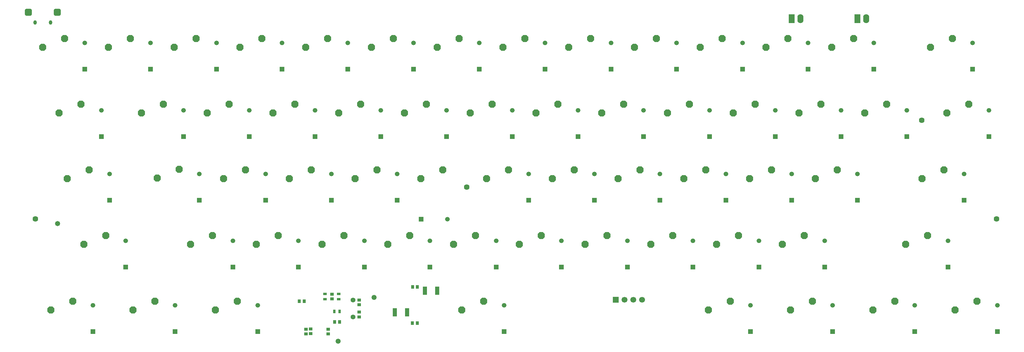
<source format=gts>
G04*
G04 #@! TF.GenerationSoftware,Altium Limited,Altium Designer,21.2.1 (34)*
G04*
G04 Layer_Color=8388736*
%FSLAX25Y25*%
%MOIN*%
G70*
G04*
G04 #@! TF.SameCoordinates,E791EE2E-FBA0-4324-A9C2-BCC3054153F0*
G04*
G04*
G04 #@! TF.FilePolarity,Negative*
G04*
G01*
G75*
%ADD23R,0.03937X0.03543*%
%ADD24R,0.03543X0.03937*%
%ADD25R,0.05118X0.09646*%
%ADD26R,0.03150X0.03937*%
%ADD27R,0.03937X0.03150*%
%ADD28C,0.06394*%
%ADD29C,0.05268*%
%ADD30R,0.05268X0.05268*%
%ADD31P,0.08949X8X22.5*%
%ADD32C,0.00394*%
%ADD33R,0.05268X0.05268*%
%ADD34R,0.06894X0.10394*%
%ADD35O,0.06894X0.10394*%
%ADD36O,0.03740X0.05118*%
G04:AMPARAMS|DCode=37|XSize=82.68mil|YSize=82.68mil|CornerRadius=21.65mil|HoleSize=0mil|Usage=FLASHONLY|Rotation=0.000|XOffset=0mil|YOffset=0mil|HoleType=Round|Shape=RoundedRectangle|*
%AMROUNDEDRECTD37*
21,1,0.08268,0.03937,0,0,0.0*
21,1,0.03937,0.08268,0,0,0.0*
1,1,0.04331,0.01968,-0.01968*
1,1,0.04331,-0.01968,-0.01968*
1,1,0.04331,-0.01968,0.01968*
1,1,0.04331,0.01968,0.01968*
%
%ADD37ROUNDEDRECTD37*%
%ADD38C,0.06693*%
%ADD39R,0.06693X0.06693*%
%ADD40C,0.05512*%
%ADD41C,0.05803*%
%ADD42C,0.05800*%
D23*
X347539Y24902D02*
D03*
Y19390D02*
D03*
X321949D02*
D03*
Y24902D02*
D03*
X382696Y52643D02*
D03*
Y58154D02*
D03*
X351575Y64862D02*
D03*
Y59350D02*
D03*
X327362Y25098D02*
D03*
Y19587D02*
D03*
X382696Y44375D02*
D03*
Y38863D02*
D03*
D24*
X448917Y31890D02*
D03*
X443405D02*
D03*
X354724Y33169D02*
D03*
X360236D02*
D03*
X314469Y56693D02*
D03*
X319980D02*
D03*
X449114Y73032D02*
D03*
X443602D02*
D03*
D25*
X437315Y44094D02*
D03*
X423315D02*
D03*
X457665Y68898D02*
D03*
X471665D02*
D03*
D26*
X360433Y44980D02*
D03*
X354528D02*
D03*
D27*
X359449Y59153D02*
D03*
Y65059D02*
D03*
X343701Y59153D02*
D03*
Y65059D02*
D03*
D28*
X13307Y150630D02*
D03*
X1109882Y150709D02*
D03*
X505511Y187008D02*
D03*
X1024409Y263386D02*
D03*
D29*
X266929Y52008D02*
D03*
X548031D02*
D03*
X829133D02*
D03*
X922834D02*
D03*
X1016535D02*
D03*
X1110629D02*
D03*
X1054330Y125630D02*
D03*
X913779D02*
D03*
X838582D02*
D03*
X763385D02*
D03*
X688582D02*
D03*
X613385D02*
D03*
X538976D02*
D03*
X463385D02*
D03*
X388582D02*
D03*
X313385D02*
D03*
X172834Y52008D02*
D03*
X79133D02*
D03*
X238582Y125630D02*
D03*
X116535D02*
D03*
X1072834Y202008D02*
D03*
X951180D02*
D03*
X875984D02*
D03*
X801180D02*
D03*
X725590D02*
D03*
X651181D02*
D03*
X575984D02*
D03*
X483503Y150394D02*
D03*
X425984Y202008D02*
D03*
X351181D02*
D03*
X275984D02*
D03*
X200393D02*
D03*
X98031D02*
D03*
X1101180Y274842D02*
D03*
X1007480D02*
D03*
X932283D02*
D03*
X857480D02*
D03*
X782283D02*
D03*
X707086D02*
D03*
X632229D02*
D03*
X557480D02*
D03*
X482283D02*
D03*
X407480D02*
D03*
X332283D02*
D03*
X257480D02*
D03*
X182283D02*
D03*
X88582Y274882D02*
D03*
X1082283Y351614D02*
D03*
X969685D02*
D03*
X894881D02*
D03*
X820078D02*
D03*
X744881D02*
D03*
X670078D02*
D03*
X594881D02*
D03*
X519685D02*
D03*
X444881D02*
D03*
X369685D02*
D03*
X294881D02*
D03*
X220078D02*
D03*
X144881D02*
D03*
X69684D02*
D03*
D30*
X266929Y22008D02*
D03*
X548031D02*
D03*
X829133D02*
D03*
X922834D02*
D03*
X1016535D02*
D03*
X1110629D02*
D03*
X1054330Y95630D02*
D03*
X913779D02*
D03*
X838582D02*
D03*
X763385D02*
D03*
X688582D02*
D03*
X613385D02*
D03*
X538976D02*
D03*
X463385D02*
D03*
X388582D02*
D03*
X313385D02*
D03*
X172834Y22008D02*
D03*
X79133D02*
D03*
X238582Y95630D02*
D03*
X116535D02*
D03*
X1072834Y172008D02*
D03*
X951180D02*
D03*
X875984D02*
D03*
X801180D02*
D03*
X725590D02*
D03*
X651181D02*
D03*
X575984D02*
D03*
X425984D02*
D03*
X351181D02*
D03*
X275984D02*
D03*
X200393D02*
D03*
X98031D02*
D03*
X1101180Y244842D02*
D03*
X1007480D02*
D03*
X932283D02*
D03*
X857480D02*
D03*
X782283D02*
D03*
X707086D02*
D03*
X632229D02*
D03*
X557480D02*
D03*
X482283D02*
D03*
X407480D02*
D03*
X332283D02*
D03*
X257480D02*
D03*
X182283D02*
D03*
X88582Y244882D02*
D03*
X1082283Y321614D02*
D03*
X969685D02*
D03*
X894881D02*
D03*
X820078D02*
D03*
X744881D02*
D03*
X670078D02*
D03*
X594881D02*
D03*
X519685D02*
D03*
X444881D02*
D03*
X369685D02*
D03*
X294881D02*
D03*
X220078D02*
D03*
X144881D02*
D03*
X69684D02*
D03*
D31*
X740513Y131865D02*
D03*
X715513Y121865D02*
D03*
X515513Y131865D02*
D03*
X490513Y121865D02*
D03*
X121756Y356865D02*
D03*
X96756Y346865D02*
D03*
X196757Y356865D02*
D03*
X171757Y346865D02*
D03*
X271757Y356865D02*
D03*
X246757Y346865D02*
D03*
X346757Y356865D02*
D03*
X321757Y346865D02*
D03*
X46756Y356865D02*
D03*
X21756Y346865D02*
D03*
X721757Y356865D02*
D03*
X696757Y346865D02*
D03*
X796757Y356865D02*
D03*
X771757Y346865D02*
D03*
X871757Y356865D02*
D03*
X846757Y346865D02*
D03*
X646757Y356865D02*
D03*
X621757Y346865D02*
D03*
X571757Y356865D02*
D03*
X546757Y346865D02*
D03*
X496757Y356865D02*
D03*
X471757Y346865D02*
D03*
X421757Y356865D02*
D03*
X396757Y346865D02*
D03*
X1087383Y56865D02*
D03*
X1062383Y46865D02*
D03*
X993631Y56865D02*
D03*
X968631Y46865D02*
D03*
X899887Y56865D02*
D03*
X874887Y46865D02*
D03*
X806131Y56865D02*
D03*
X781131Y46865D02*
D03*
X1031131Y131865D02*
D03*
X1006131Y121865D02*
D03*
X890513Y131865D02*
D03*
X865513Y121865D02*
D03*
X815505Y131865D02*
D03*
X790505Y121865D02*
D03*
X665513Y131865D02*
D03*
X640513Y121865D02*
D03*
X590505Y131865D02*
D03*
X565505Y121865D02*
D03*
X440505Y131865D02*
D03*
X415505Y121865D02*
D03*
X365512Y131865D02*
D03*
X340512Y121865D02*
D03*
X290512Y131865D02*
D03*
X265512Y121865D02*
D03*
X215512Y131865D02*
D03*
X190512Y121865D02*
D03*
X1049875Y206865D02*
D03*
X1024875Y196865D02*
D03*
X928013Y206865D02*
D03*
X903013Y196865D02*
D03*
X853013Y206865D02*
D03*
X828013Y196865D02*
D03*
X778005Y206865D02*
D03*
X753005Y196865D02*
D03*
X703013Y206865D02*
D03*
X678013Y196865D02*
D03*
X628005Y206865D02*
D03*
X603005Y196865D02*
D03*
X553005Y206865D02*
D03*
X528005Y196865D02*
D03*
X478001Y206865D02*
D03*
X453001Y196865D02*
D03*
X403007Y206865D02*
D03*
X378007Y196865D02*
D03*
X328007Y206865D02*
D03*
X303007Y196865D02*
D03*
X253001Y206865D02*
D03*
X228001Y196865D02*
D03*
X177324Y207400D02*
D03*
X152324Y197400D02*
D03*
X1078005Y281865D02*
D03*
X1053005Y271865D02*
D03*
X984257Y281865D02*
D03*
X959257Y271865D02*
D03*
X909257Y281865D02*
D03*
X884257Y271865D02*
D03*
X834257Y281865D02*
D03*
X809257Y271865D02*
D03*
X759257Y281865D02*
D03*
X734257Y271865D02*
D03*
X684257Y281865D02*
D03*
X659257Y271865D02*
D03*
X609257Y281865D02*
D03*
X584257Y271865D02*
D03*
X534257Y281865D02*
D03*
X509257Y271865D02*
D03*
X459257Y281865D02*
D03*
X434257Y271865D02*
D03*
X384257Y281865D02*
D03*
X359257Y271865D02*
D03*
X309257Y281865D02*
D03*
X284257Y271865D02*
D03*
X234257Y281865D02*
D03*
X209257Y271865D02*
D03*
X159256Y281865D02*
D03*
X134256Y271865D02*
D03*
X65512Y281865D02*
D03*
X40512Y271865D02*
D03*
X1059257Y356865D02*
D03*
X1034257Y346865D02*
D03*
X946757Y356865D02*
D03*
X921757Y346865D02*
D03*
X524887Y56865D02*
D03*
X499887Y46865D02*
D03*
X243631Y56865D02*
D03*
X218631Y46865D02*
D03*
X149881Y56865D02*
D03*
X124881Y46865D02*
D03*
X56131Y56865D02*
D03*
X31131Y46865D02*
D03*
X93631Y131865D02*
D03*
X68631Y121865D02*
D03*
X74887Y206865D02*
D03*
X49887Y196865D02*
D03*
D32*
X730513Y111865D02*
D03*
X505513D02*
D03*
X111756Y336865D02*
D03*
X186757D02*
D03*
X261757D02*
D03*
X336757D02*
D03*
X36756D02*
D03*
X711757D02*
D03*
X786757D02*
D03*
X861757D02*
D03*
X636757D02*
D03*
X561757D02*
D03*
X486757D02*
D03*
X411757D02*
D03*
X1077383Y36865D02*
D03*
X983631D02*
D03*
X889887D02*
D03*
X796131D02*
D03*
X1021131Y111865D02*
D03*
X880513D02*
D03*
X805505D02*
D03*
X655513D02*
D03*
X580505D02*
D03*
X430505D02*
D03*
X355512D02*
D03*
X280512D02*
D03*
X205512D02*
D03*
X1039875Y186865D02*
D03*
X918013D02*
D03*
X843013D02*
D03*
X768005D02*
D03*
X693013D02*
D03*
X618005D02*
D03*
X543005D02*
D03*
X468001D02*
D03*
X393007D02*
D03*
X318007D02*
D03*
X243001D02*
D03*
X167324Y187400D02*
D03*
X1068005Y261865D02*
D03*
X974257D02*
D03*
X899257D02*
D03*
X824257D02*
D03*
X749257D02*
D03*
X674257D02*
D03*
X599257D02*
D03*
X524257D02*
D03*
X449257D02*
D03*
X374257D02*
D03*
X299257D02*
D03*
X224257D02*
D03*
X149256D02*
D03*
X55511D02*
D03*
X1049257Y336865D02*
D03*
X936757D02*
D03*
X514887Y36865D02*
D03*
X233631D02*
D03*
X139881D02*
D03*
X46131D02*
D03*
X83631Y111865D02*
D03*
X64886Y186865D02*
D03*
D33*
X453503Y150394D02*
D03*
D34*
X951107Y379429D02*
D03*
X876107D02*
D03*
D35*
X961107D02*
D03*
X886107D02*
D03*
D36*
X13123Y375083D02*
D03*
X30642D02*
D03*
D37*
X5445Y386599D02*
D03*
X38319D02*
D03*
D38*
X705256Y58465D02*
D03*
X695256D02*
D03*
X685256D02*
D03*
D39*
X675256D02*
D03*
D40*
X375806Y58115D02*
D03*
Y38902D02*
D03*
D41*
X38620Y145382D02*
D03*
D42*
X358622Y11220D02*
D03*
X399685Y60945D02*
D03*
M02*

</source>
